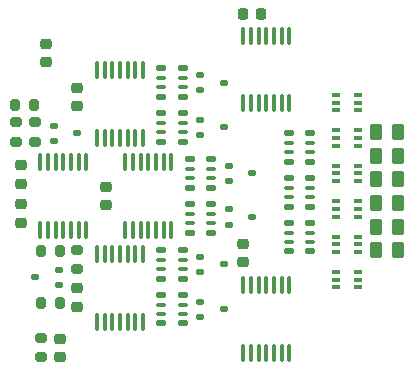
<source format=gtp>
G04 #@! TF.GenerationSoftware,KiCad,Pcbnew,7.0.9-69-ge1c0bddff3*
G04 #@! TF.CreationDate,2024-02-19T10:17:23+01:00*
G04 #@! TF.ProjectId,ASP_Display,4153505f-4469-4737-906c-61792e6b6963,rev?*
G04 #@! TF.SameCoordinates,Original*
G04 #@! TF.FileFunction,Paste,Top*
G04 #@! TF.FilePolarity,Positive*
%FSLAX46Y46*%
G04 Gerber Fmt 4.6, Leading zero omitted, Abs format (unit mm)*
G04 Created by KiCad (PCBNEW 7.0.9-69-ge1c0bddff3) date 2024-02-19 10:17:23*
%MOMM*%
%LPD*%
G01*
G04 APERTURE LIST*
G04 Aperture macros list*
%AMRoundRect*
0 Rectangle with rounded corners*
0 $1 Rounding radius*
0 $2 $3 $4 $5 $6 $7 $8 $9 X,Y pos of 4 corners*
0 Add a 4 corners polygon primitive as box body*
4,1,4,$2,$3,$4,$5,$6,$7,$8,$9,$2,$3,0*
0 Add four circle primitives for the rounded corners*
1,1,$1+$1,$2,$3*
1,1,$1+$1,$4,$5*
1,1,$1+$1,$6,$7*
1,1,$1+$1,$8,$9*
0 Add four rect primitives between the rounded corners*
20,1,$1+$1,$2,$3,$4,$5,0*
20,1,$1+$1,$4,$5,$6,$7,0*
20,1,$1+$1,$6,$7,$8,$9,0*
20,1,$1+$1,$8,$9,$2,$3,0*%
G04 Aperture macros list end*
%ADD10RoundRect,0.200000X-0.275000X0.200000X-0.275000X-0.200000X0.275000X-0.200000X0.275000X0.200000X0*%
%ADD11RoundRect,0.112500X-0.237500X0.112500X-0.237500X-0.112500X0.237500X-0.112500X0.237500X0.112500X0*%
%ADD12RoundRect,0.225000X0.250000X-0.225000X0.250000X0.225000X-0.250000X0.225000X-0.250000X-0.225000X0*%
%ADD13RoundRect,0.100000X0.100000X-0.637500X0.100000X0.637500X-0.100000X0.637500X-0.100000X-0.637500X0*%
%ADD14RoundRect,0.225000X-0.250000X0.225000X-0.250000X-0.225000X0.250000X-0.225000X0.250000X0.225000X0*%
%ADD15RoundRect,0.125000X-0.275000X-0.125000X0.275000X-0.125000X0.275000X0.125000X-0.275000X0.125000X0*%
%ADD16RoundRect,0.100000X-0.300000X-0.100000X0.300000X-0.100000X0.300000X0.100000X-0.300000X0.100000X0*%
%ADD17RoundRect,0.100000X-0.100000X0.637500X-0.100000X-0.637500X0.100000X-0.637500X0.100000X0.637500X0*%
%ADD18RoundRect,0.100000X-0.225000X-0.100000X0.225000X-0.100000X0.225000X0.100000X-0.225000X0.100000X0*%
%ADD19RoundRect,0.250000X0.262500X0.450000X-0.262500X0.450000X-0.262500X-0.450000X0.262500X-0.450000X0*%
%ADD20RoundRect,0.200000X0.275000X-0.200000X0.275000X0.200000X-0.275000X0.200000X-0.275000X-0.200000X0*%
%ADD21RoundRect,0.200000X0.200000X0.275000X-0.200000X0.275000X-0.200000X-0.275000X0.200000X-0.275000X0*%
%ADD22RoundRect,0.200000X-0.200000X-0.275000X0.200000X-0.275000X0.200000X0.275000X-0.200000X0.275000X0*%
%ADD23RoundRect,0.225000X-0.225000X-0.250000X0.225000X-0.250000X0.225000X0.250000X-0.225000X0.250000X0*%
%ADD24RoundRect,0.112500X0.237500X-0.112500X0.237500X0.112500X-0.237500X0.112500X-0.237500X-0.112500X0*%
G04 APERTURE END LIST*
D10*
G04 #@! TO.C,R34*
X228900000Y-114425000D03*
X228900000Y-116075000D03*
G04 #@! TD*
D11*
G04 #@! TO.C,D22*
X244800000Y-99850000D03*
X244800000Y-101150000D03*
X246800000Y-100500000D03*
G04 #@! TD*
D12*
G04 #@! TO.C,C12*
X230500000Y-116025000D03*
X230500000Y-114475000D03*
G04 #@! TD*
G04 #@! TO.C,C15*
X232000000Y-111775000D03*
X232000000Y-110225000D03*
G04 #@! TD*
D13*
G04 #@! TO.C,U3*
X228850000Y-105262500D03*
X229500000Y-105262500D03*
X230150000Y-105262500D03*
X230800000Y-105262500D03*
X231450000Y-105262500D03*
X232100000Y-105262500D03*
X232750000Y-105262500D03*
X232750000Y-99537500D03*
X232100000Y-99537500D03*
X231450000Y-99537500D03*
X230800000Y-99537500D03*
X230150000Y-99537500D03*
X229500000Y-99537500D03*
X228850000Y-99537500D03*
G04 #@! TD*
D14*
G04 #@! TO.C,C11*
X229300000Y-89525000D03*
X229300000Y-91075000D03*
G04 #@! TD*
D15*
G04 #@! TO.C,RN16*
X249900000Y-104700000D03*
D16*
X249900000Y-105500000D03*
X249900000Y-106300000D03*
D15*
X249900000Y-107100000D03*
X251700000Y-107100000D03*
D16*
X251700000Y-106300000D03*
X251700000Y-105500000D03*
D15*
X251700000Y-104700000D03*
G04 #@! TD*
D13*
G04 #@! TO.C,U1*
X246050000Y-115662500D03*
X246700000Y-115662500D03*
X247350000Y-115662500D03*
X248000000Y-115662500D03*
X248650000Y-115662500D03*
X249300000Y-115662500D03*
X249950000Y-115662500D03*
X249950000Y-109937500D03*
X249300000Y-109937500D03*
X248650000Y-109937500D03*
X248000000Y-109937500D03*
X247350000Y-109937500D03*
X246700000Y-109937500D03*
X246050000Y-109937500D03*
G04 #@! TD*
D17*
G04 #@! TO.C,U11*
X239950000Y-99537500D03*
X239300000Y-99537500D03*
X238650000Y-99537500D03*
X238000000Y-99537500D03*
X237350000Y-99537500D03*
X236700000Y-99537500D03*
X236050000Y-99537500D03*
X236050000Y-105262500D03*
X236700000Y-105262500D03*
X237350000Y-105262500D03*
X238000000Y-105262500D03*
X238650000Y-105262500D03*
X239300000Y-105262500D03*
X239950000Y-105262500D03*
G04 #@! TD*
D18*
G04 #@! TO.C,Q2*
X253850000Y-108850000D03*
X253850000Y-109500000D03*
X253850000Y-110150000D03*
X255750000Y-110150000D03*
X255750000Y-109500000D03*
X255750000Y-108850000D03*
G04 #@! TD*
D11*
G04 #@! TO.C,D20*
X242400000Y-107550000D03*
X242400000Y-108850000D03*
X244400000Y-108200000D03*
G04 #@! TD*
D18*
G04 #@! TO.C,Q10*
X253850000Y-96850000D03*
X253850000Y-97500000D03*
X253850000Y-98150000D03*
X255750000Y-98150000D03*
X255750000Y-97500000D03*
X255750000Y-96850000D03*
G04 #@! TD*
D17*
G04 #@! TO.C,U10*
X237550000Y-107337500D03*
X236900000Y-107337500D03*
X236250000Y-107337500D03*
X235600000Y-107337500D03*
X234950000Y-107337500D03*
X234300000Y-107337500D03*
X233650000Y-107337500D03*
X233650000Y-113062500D03*
X234300000Y-113062500D03*
X234950000Y-113062500D03*
X235600000Y-113062500D03*
X236250000Y-113062500D03*
X236900000Y-113062500D03*
X237550000Y-113062500D03*
G04 #@! TD*
D19*
G04 #@! TO.C,R13*
X259112500Y-103000000D03*
X257287500Y-103000000D03*
G04 #@! TD*
D20*
G04 #@! TO.C,R4*
X232000000Y-108625000D03*
X232000000Y-106975000D03*
G04 #@! TD*
D18*
G04 #@! TO.C,Q8*
X253850000Y-99850000D03*
X253850000Y-100500000D03*
X253850000Y-101150000D03*
X255750000Y-101150000D03*
X255750000Y-100500000D03*
X255750000Y-99850000D03*
G04 #@! TD*
D12*
G04 #@! TO.C,C13*
X232000000Y-94775000D03*
X232000000Y-93225000D03*
G04 #@! TD*
D10*
G04 #@! TO.C,R2*
X226800000Y-96175000D03*
X226800000Y-97825000D03*
G04 #@! TD*
D21*
G04 #@! TO.C,R6*
X230525000Y-111500000D03*
X228875000Y-111500000D03*
G04 #@! TD*
D19*
G04 #@! TO.C,R8*
X259112500Y-107000000D03*
X257287500Y-107000000D03*
G04 #@! TD*
D12*
G04 #@! TO.C,C14*
X234400000Y-103175000D03*
X234400000Y-101625000D03*
G04 #@! TD*
D11*
G04 #@! TO.C,D2*
X230000000Y-96450000D03*
X230000000Y-97750000D03*
X232000000Y-97100000D03*
G04 #@! TD*
G04 #@! TO.C,D24*
X242400000Y-92150000D03*
X242400000Y-93450000D03*
X244400000Y-92800000D03*
G04 #@! TD*
D19*
G04 #@! TO.C,R10*
X259112500Y-105000000D03*
X257287500Y-105000000D03*
G04 #@! TD*
D15*
G04 #@! TO.C,RN15*
X239100000Y-91600000D03*
D16*
X239100000Y-92400000D03*
X239100000Y-93200000D03*
D15*
X239100000Y-94000000D03*
X240900000Y-94000000D03*
D16*
X240900000Y-93200000D03*
X240900000Y-92400000D03*
D15*
X240900000Y-91600000D03*
G04 #@! TD*
D17*
G04 #@! TO.C,U12*
X237550000Y-91737500D03*
X236900000Y-91737500D03*
X236250000Y-91737500D03*
X235600000Y-91737500D03*
X234950000Y-91737500D03*
X234300000Y-91737500D03*
X233650000Y-91737500D03*
X233650000Y-97462500D03*
X234300000Y-97462500D03*
X234950000Y-97462500D03*
X235600000Y-97462500D03*
X236250000Y-97462500D03*
X236900000Y-97462500D03*
X237550000Y-97462500D03*
G04 #@! TD*
D14*
G04 #@! TO.C,C5*
X227200000Y-99825000D03*
X227200000Y-101375000D03*
G04 #@! TD*
D11*
G04 #@! TO.C,D21*
X244800000Y-103550000D03*
X244800000Y-104850000D03*
X246800000Y-104200000D03*
G04 #@! TD*
D15*
G04 #@! TO.C,RN18*
X249900000Y-97100000D03*
D16*
X249900000Y-97900000D03*
X249900000Y-98700000D03*
D15*
X249900000Y-99500000D03*
X251700000Y-99500000D03*
D16*
X251700000Y-98700000D03*
X251700000Y-97900000D03*
D15*
X251700000Y-97100000D03*
G04 #@! TD*
D19*
G04 #@! TO.C,R30*
X259112500Y-99000000D03*
X257287500Y-99000000D03*
G04 #@! TD*
D22*
G04 #@! TO.C,R5*
X226675000Y-94700000D03*
X228325000Y-94700000D03*
G04 #@! TD*
D18*
G04 #@! TO.C,Q6*
X253850000Y-102850000D03*
X253850000Y-103500000D03*
X253850000Y-104150000D03*
X255750000Y-104150000D03*
X255750000Y-103500000D03*
X255750000Y-102850000D03*
G04 #@! TD*
G04 #@! TO.C,Q4*
X253850000Y-105850000D03*
X253850000Y-106500000D03*
X253850000Y-107150000D03*
X255750000Y-107150000D03*
X255750000Y-106500000D03*
X255750000Y-105850000D03*
G04 #@! TD*
D23*
G04 #@! TO.C,C7*
X246025000Y-87000000D03*
X247575000Y-87000000D03*
G04 #@! TD*
D11*
G04 #@! TO.C,D23*
X242400000Y-95950000D03*
X242400000Y-97250000D03*
X244400000Y-96600000D03*
G04 #@! TD*
G04 #@! TO.C,D19*
X242400000Y-111350000D03*
X242400000Y-112650000D03*
X244400000Y-112000000D03*
G04 #@! TD*
D15*
G04 #@! TO.C,RN17*
X249900000Y-100900000D03*
D16*
X249900000Y-101700000D03*
X249900000Y-102500000D03*
D15*
X249900000Y-103300000D03*
X251700000Y-103300000D03*
D16*
X251700000Y-102500000D03*
X251700000Y-101700000D03*
D15*
X251700000Y-100900000D03*
G04 #@! TD*
D12*
G04 #@! TO.C,C4*
X227200000Y-104675000D03*
X227200000Y-103125000D03*
G04 #@! TD*
D15*
G04 #@! TO.C,RN14*
X239100000Y-95400000D03*
D16*
X239100000Y-96200000D03*
X239100000Y-97000000D03*
D15*
X239100000Y-97800000D03*
X240900000Y-97800000D03*
D16*
X240900000Y-97000000D03*
X240900000Y-96200000D03*
D15*
X240900000Y-95400000D03*
G04 #@! TD*
D19*
G04 #@! TO.C,R15*
X259112500Y-101000000D03*
X257287500Y-101000000D03*
G04 #@! TD*
D22*
G04 #@! TO.C,R1*
X228875000Y-107100000D03*
X230525000Y-107100000D03*
G04 #@! TD*
D15*
G04 #@! TO.C,RN13*
X241500000Y-99300000D03*
D16*
X241500000Y-100100000D03*
X241500000Y-100900000D03*
D15*
X241500000Y-101700000D03*
X243300000Y-101700000D03*
D16*
X243300000Y-100900000D03*
X243300000Y-100100000D03*
D15*
X243300000Y-99300000D03*
G04 #@! TD*
G04 #@! TO.C,RN10*
X239100000Y-110800000D03*
D16*
X239100000Y-111600000D03*
X239100000Y-112400000D03*
D15*
X239100000Y-113200000D03*
X240900000Y-113200000D03*
D16*
X240900000Y-112400000D03*
X240900000Y-111600000D03*
D15*
X240900000Y-110800000D03*
G04 #@! TD*
G04 #@! TO.C,RN11*
X239100000Y-107000000D03*
D16*
X239100000Y-107800000D03*
X239100000Y-108600000D03*
D15*
X239100000Y-109400000D03*
X240900000Y-109400000D03*
D16*
X240900000Y-108600000D03*
X240900000Y-107800000D03*
D15*
X240900000Y-107000000D03*
G04 #@! TD*
D10*
G04 #@! TO.C,R3*
X228400000Y-96175000D03*
X228400000Y-97825000D03*
G04 #@! TD*
D15*
G04 #@! TO.C,RN12*
X241500000Y-103100000D03*
D16*
X241500000Y-103900000D03*
X241500000Y-104700000D03*
D15*
X241500000Y-105500000D03*
X243300000Y-105500000D03*
D16*
X243300000Y-104700000D03*
X243300000Y-103900000D03*
D15*
X243300000Y-103100000D03*
G04 #@! TD*
D13*
G04 #@! TO.C,U4*
X246050000Y-94562500D03*
X246700000Y-94562500D03*
X247350000Y-94562500D03*
X248000000Y-94562500D03*
X248650000Y-94562500D03*
X249300000Y-94562500D03*
X249950000Y-94562500D03*
X249950000Y-88837500D03*
X249300000Y-88837500D03*
X248650000Y-88837500D03*
X248000000Y-88837500D03*
X247350000Y-88837500D03*
X246700000Y-88837500D03*
X246050000Y-88837500D03*
G04 #@! TD*
D24*
G04 #@! TO.C,D1*
X230400000Y-109950000D03*
X230400000Y-108650000D03*
X228400000Y-109300000D03*
G04 #@! TD*
D18*
G04 #@! TO.C,Q12*
X253850000Y-93850000D03*
X253850000Y-94500000D03*
X253850000Y-95150000D03*
X255750000Y-95150000D03*
X255750000Y-94500000D03*
X255750000Y-93850000D03*
G04 #@! TD*
D19*
G04 #@! TO.C,R32*
X259112500Y-97000000D03*
X257287500Y-97000000D03*
G04 #@! TD*
D12*
G04 #@! TO.C,C2*
X246000000Y-108025000D03*
X246000000Y-106475000D03*
G04 #@! TD*
M02*

</source>
